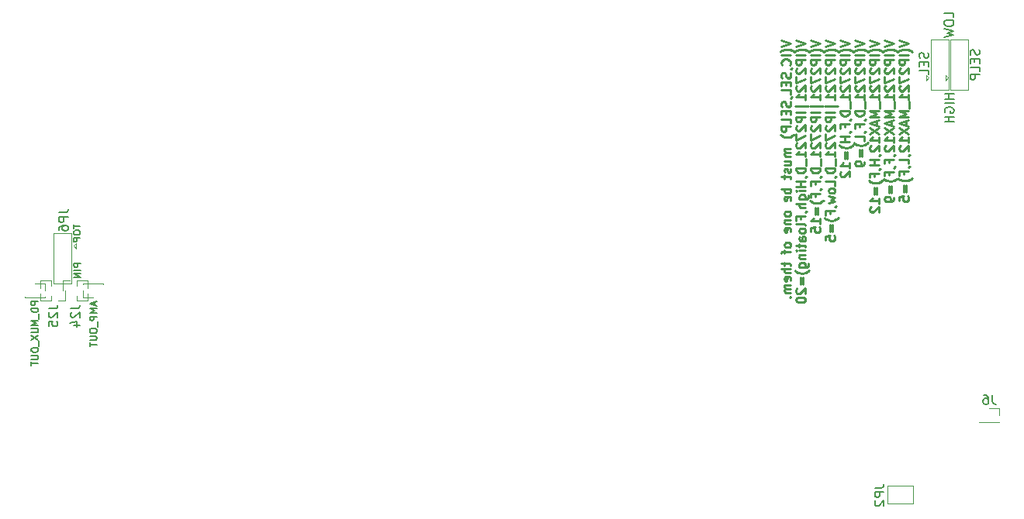
<source format=gbo>
G04 #@! TF.GenerationSoftware,KiCad,Pcbnew,(6.0.5-0)*
G04 #@! TF.CreationDate,2023-01-16T15:52:05+09:00*
G04 #@! TF.ProjectId,qLAMP-main,714c414d-502d-46d6-9169-6e2e6b696361,rev?*
G04 #@! TF.SameCoordinates,Original*
G04 #@! TF.FileFunction,Legend,Bot*
G04 #@! TF.FilePolarity,Positive*
%FSLAX46Y46*%
G04 Gerber Fmt 4.6, Leading zero omitted, Abs format (unit mm)*
G04 Created by KiCad (PCBNEW (6.0.5-0)) date 2023-01-16 15:52:05*
%MOMM*%
%LPD*%
G01*
G04 APERTURE LIST*
%ADD10C,0.127000*%
%ADD11C,0.150000*%
%ADD12C,0.250000*%
%ADD13C,0.120000*%
G04 APERTURE END LIST*
D10*
X92419285Y-99817857D02*
X92419285Y-100246428D01*
X93169285Y-100032142D02*
X92419285Y-100032142D01*
X92419285Y-100639285D02*
X92419285Y-100782142D01*
X92455000Y-100853571D01*
X92526428Y-100925000D01*
X92669285Y-100960714D01*
X92919285Y-100960714D01*
X93062142Y-100925000D01*
X93133571Y-100853571D01*
X93169285Y-100782142D01*
X93169285Y-100639285D01*
X93133571Y-100567857D01*
X93062142Y-100496428D01*
X92919285Y-100460714D01*
X92669285Y-100460714D01*
X92526428Y-100496428D01*
X92455000Y-100567857D01*
X92419285Y-100639285D01*
X93169285Y-101282142D02*
X92419285Y-101282142D01*
X92419285Y-101567857D01*
X92455000Y-101639285D01*
X92490714Y-101675000D01*
X92562142Y-101710714D01*
X92669285Y-101710714D01*
X92740714Y-101675000D01*
X92776428Y-101639285D01*
X92812142Y-101567857D01*
X92812142Y-101282142D01*
X93229285Y-104082142D02*
X92479285Y-104082142D01*
X92479285Y-104367857D01*
X92515000Y-104439285D01*
X92550714Y-104475000D01*
X92622142Y-104510714D01*
X92729285Y-104510714D01*
X92800714Y-104475000D01*
X92836428Y-104439285D01*
X92872142Y-104367857D01*
X92872142Y-104082142D01*
X93229285Y-104832142D02*
X92479285Y-104832142D01*
X93229285Y-105189285D02*
X92479285Y-105189285D01*
X93229285Y-105617857D01*
X92479285Y-105617857D01*
D11*
X185694761Y-81057142D02*
X185742380Y-81200000D01*
X185742380Y-81438095D01*
X185694761Y-81533333D01*
X185647142Y-81580952D01*
X185551904Y-81628571D01*
X185456666Y-81628571D01*
X185361428Y-81580952D01*
X185313809Y-81533333D01*
X185266190Y-81438095D01*
X185218571Y-81247619D01*
X185170952Y-81152380D01*
X185123333Y-81104761D01*
X185028095Y-81057142D01*
X184932857Y-81057142D01*
X184837619Y-81104761D01*
X184790000Y-81152380D01*
X184742380Y-81247619D01*
X184742380Y-81485714D01*
X184790000Y-81628571D01*
X185218571Y-82057142D02*
X185218571Y-82390476D01*
X185742380Y-82533333D02*
X185742380Y-82057142D01*
X184742380Y-82057142D01*
X184742380Y-82533333D01*
X185742380Y-83438095D02*
X185742380Y-82961904D01*
X184742380Y-82961904D01*
X188512380Y-85522380D02*
X187512380Y-85522380D01*
X187988571Y-85522380D02*
X187988571Y-86093809D01*
X188512380Y-86093809D02*
X187512380Y-86093809D01*
X188512380Y-86570000D02*
X187512380Y-86570000D01*
X187560000Y-87570000D02*
X187512380Y-87474761D01*
X187512380Y-87331904D01*
X187560000Y-87189047D01*
X187655238Y-87093809D01*
X187750476Y-87046190D01*
X187940952Y-86998571D01*
X188083809Y-86998571D01*
X188274285Y-87046190D01*
X188369523Y-87093809D01*
X188464761Y-87189047D01*
X188512380Y-87331904D01*
X188512380Y-87427142D01*
X188464761Y-87570000D01*
X188417142Y-87617619D01*
X188083809Y-87617619D01*
X188083809Y-87427142D01*
X188512380Y-88046190D02*
X187512380Y-88046190D01*
X187988571Y-88046190D02*
X187988571Y-88617619D01*
X188512380Y-88617619D02*
X187512380Y-88617619D01*
X191264761Y-80717142D02*
X191312380Y-80860000D01*
X191312380Y-81098095D01*
X191264761Y-81193333D01*
X191217142Y-81240952D01*
X191121904Y-81288571D01*
X191026666Y-81288571D01*
X190931428Y-81240952D01*
X190883809Y-81193333D01*
X190836190Y-81098095D01*
X190788571Y-80907619D01*
X190740952Y-80812380D01*
X190693333Y-80764761D01*
X190598095Y-80717142D01*
X190502857Y-80717142D01*
X190407619Y-80764761D01*
X190360000Y-80812380D01*
X190312380Y-80907619D01*
X190312380Y-81145714D01*
X190360000Y-81288571D01*
X190788571Y-81717142D02*
X190788571Y-82050476D01*
X191312380Y-82193333D02*
X191312380Y-81717142D01*
X190312380Y-81717142D01*
X190312380Y-82193333D01*
X191312380Y-83098095D02*
X191312380Y-82621904D01*
X190312380Y-82621904D01*
X191312380Y-83431428D02*
X190312380Y-83431428D01*
X190312380Y-83812380D01*
X190360000Y-83907619D01*
X190407619Y-83955238D01*
X190502857Y-84002857D01*
X190645714Y-84002857D01*
X190740952Y-83955238D01*
X190788571Y-83907619D01*
X190836190Y-83812380D01*
X190836190Y-83431428D01*
D12*
X169692380Y-79667738D02*
X170692380Y-80001071D01*
X169692380Y-80334404D01*
X171073333Y-80953452D02*
X171025714Y-80905833D01*
X170882857Y-80810595D01*
X170787619Y-80762976D01*
X170644761Y-80715357D01*
X170406666Y-80667738D01*
X170216190Y-80667738D01*
X169978095Y-80715357D01*
X169835238Y-80762976D01*
X169740000Y-80810595D01*
X169597142Y-80905833D01*
X169549523Y-80953452D01*
X170692380Y-81334404D02*
X169692380Y-81334404D01*
X170597142Y-82382023D02*
X170644761Y-82334404D01*
X170692380Y-82191547D01*
X170692380Y-82096309D01*
X170644761Y-81953452D01*
X170549523Y-81858214D01*
X170454285Y-81810595D01*
X170263809Y-81762976D01*
X170120952Y-81762976D01*
X169930476Y-81810595D01*
X169835238Y-81858214D01*
X169740000Y-81953452D01*
X169692380Y-82096309D01*
X169692380Y-82191547D01*
X169740000Y-82334404D01*
X169787619Y-82382023D01*
X170644761Y-82858214D02*
X170692380Y-82858214D01*
X170787619Y-82810595D01*
X170835238Y-82762976D01*
X170644761Y-83239166D02*
X170692380Y-83382023D01*
X170692380Y-83620119D01*
X170644761Y-83715357D01*
X170597142Y-83762976D01*
X170501904Y-83810595D01*
X170406666Y-83810595D01*
X170311428Y-83762976D01*
X170263809Y-83715357D01*
X170216190Y-83620119D01*
X170168571Y-83429642D01*
X170120952Y-83334404D01*
X170073333Y-83286785D01*
X169978095Y-83239166D01*
X169882857Y-83239166D01*
X169787619Y-83286785D01*
X169740000Y-83334404D01*
X169692380Y-83429642D01*
X169692380Y-83667738D01*
X169740000Y-83810595D01*
X170168571Y-84239166D02*
X170168571Y-84572500D01*
X170692380Y-84715357D02*
X170692380Y-84239166D01*
X169692380Y-84239166D01*
X169692380Y-84715357D01*
X170692380Y-85620119D02*
X170692380Y-85143928D01*
X169692380Y-85143928D01*
X170644761Y-86001071D02*
X170692380Y-86001071D01*
X170787619Y-85953452D01*
X170835238Y-85905833D01*
X170644761Y-86382023D02*
X170692380Y-86524880D01*
X170692380Y-86762976D01*
X170644761Y-86858214D01*
X170597142Y-86905833D01*
X170501904Y-86953452D01*
X170406666Y-86953452D01*
X170311428Y-86905833D01*
X170263809Y-86858214D01*
X170216190Y-86762976D01*
X170168571Y-86572500D01*
X170120952Y-86477261D01*
X170073333Y-86429642D01*
X169978095Y-86382023D01*
X169882857Y-86382023D01*
X169787619Y-86429642D01*
X169740000Y-86477261D01*
X169692380Y-86572500D01*
X169692380Y-86810595D01*
X169740000Y-86953452D01*
X170168571Y-87382023D02*
X170168571Y-87715357D01*
X170692380Y-87858214D02*
X170692380Y-87382023D01*
X169692380Y-87382023D01*
X169692380Y-87858214D01*
X170692380Y-88762976D02*
X170692380Y-88286785D01*
X169692380Y-88286785D01*
X170692380Y-89096309D02*
X169692380Y-89096309D01*
X169692380Y-89477261D01*
X169740000Y-89572500D01*
X169787619Y-89620119D01*
X169882857Y-89667738D01*
X170025714Y-89667738D01*
X170120952Y-89620119D01*
X170168571Y-89572500D01*
X170216190Y-89477261D01*
X170216190Y-89096309D01*
X171073333Y-90001071D02*
X171025714Y-90048690D01*
X170882857Y-90143928D01*
X170787619Y-90191547D01*
X170644761Y-90239166D01*
X170406666Y-90286785D01*
X170216190Y-90286785D01*
X169978095Y-90239166D01*
X169835238Y-90191547D01*
X169740000Y-90143928D01*
X169597142Y-90048690D01*
X169549523Y-90001071D01*
X170692380Y-91524880D02*
X170025714Y-91524880D01*
X170120952Y-91524880D02*
X170073333Y-91572500D01*
X170025714Y-91667738D01*
X170025714Y-91810595D01*
X170073333Y-91905833D01*
X170168571Y-91953452D01*
X170692380Y-91953452D01*
X170168571Y-91953452D02*
X170073333Y-92001071D01*
X170025714Y-92096309D01*
X170025714Y-92239166D01*
X170073333Y-92334404D01*
X170168571Y-92382023D01*
X170692380Y-92382023D01*
X170025714Y-93286785D02*
X170692380Y-93286785D01*
X170025714Y-92858214D02*
X170549523Y-92858214D01*
X170644761Y-92905833D01*
X170692380Y-93001071D01*
X170692380Y-93143928D01*
X170644761Y-93239166D01*
X170597142Y-93286785D01*
X170644761Y-93715357D02*
X170692380Y-93810595D01*
X170692380Y-94001071D01*
X170644761Y-94096309D01*
X170549523Y-94143928D01*
X170501904Y-94143928D01*
X170406666Y-94096309D01*
X170359047Y-94001071D01*
X170359047Y-93858214D01*
X170311428Y-93762976D01*
X170216190Y-93715357D01*
X170168571Y-93715357D01*
X170073333Y-93762976D01*
X170025714Y-93858214D01*
X170025714Y-94001071D01*
X170073333Y-94096309D01*
X170025714Y-94429642D02*
X170025714Y-94810595D01*
X169692380Y-94572500D02*
X170549523Y-94572500D01*
X170644761Y-94620119D01*
X170692380Y-94715357D01*
X170692380Y-94810595D01*
X170692380Y-95905833D02*
X169692380Y-95905833D01*
X170073333Y-95905833D02*
X170025714Y-96001071D01*
X170025714Y-96191547D01*
X170073333Y-96286785D01*
X170120952Y-96334404D01*
X170216190Y-96382023D01*
X170501904Y-96382023D01*
X170597142Y-96334404D01*
X170644761Y-96286785D01*
X170692380Y-96191547D01*
X170692380Y-96001071D01*
X170644761Y-95905833D01*
X170644761Y-97191547D02*
X170692380Y-97096309D01*
X170692380Y-96905833D01*
X170644761Y-96810595D01*
X170549523Y-96762976D01*
X170168571Y-96762976D01*
X170073333Y-96810595D01*
X170025714Y-96905833D01*
X170025714Y-97096309D01*
X170073333Y-97191547D01*
X170168571Y-97239166D01*
X170263809Y-97239166D01*
X170359047Y-96762976D01*
X170692380Y-98572500D02*
X170644761Y-98477261D01*
X170597142Y-98429642D01*
X170501904Y-98382023D01*
X170216190Y-98382023D01*
X170120952Y-98429642D01*
X170073333Y-98477261D01*
X170025714Y-98572500D01*
X170025714Y-98715357D01*
X170073333Y-98810595D01*
X170120952Y-98858214D01*
X170216190Y-98905833D01*
X170501904Y-98905833D01*
X170597142Y-98858214D01*
X170644761Y-98810595D01*
X170692380Y-98715357D01*
X170692380Y-98572500D01*
X170025714Y-99334404D02*
X170692380Y-99334404D01*
X170120952Y-99334404D02*
X170073333Y-99382023D01*
X170025714Y-99477261D01*
X170025714Y-99620119D01*
X170073333Y-99715357D01*
X170168571Y-99762976D01*
X170692380Y-99762976D01*
X170644761Y-100620119D02*
X170692380Y-100524880D01*
X170692380Y-100334404D01*
X170644761Y-100239166D01*
X170549523Y-100191547D01*
X170168571Y-100191547D01*
X170073333Y-100239166D01*
X170025714Y-100334404D01*
X170025714Y-100524880D01*
X170073333Y-100620119D01*
X170168571Y-100667738D01*
X170263809Y-100667738D01*
X170359047Y-100191547D01*
X170692380Y-102001071D02*
X170644761Y-101905833D01*
X170597142Y-101858214D01*
X170501904Y-101810595D01*
X170216190Y-101810595D01*
X170120952Y-101858214D01*
X170073333Y-101905833D01*
X170025714Y-102001071D01*
X170025714Y-102143928D01*
X170073333Y-102239166D01*
X170120952Y-102286785D01*
X170216190Y-102334404D01*
X170501904Y-102334404D01*
X170597142Y-102286785D01*
X170644761Y-102239166D01*
X170692380Y-102143928D01*
X170692380Y-102001071D01*
X170025714Y-102620119D02*
X170025714Y-103001071D01*
X170692380Y-102762976D02*
X169835238Y-102762976D01*
X169740000Y-102810595D01*
X169692380Y-102905833D01*
X169692380Y-103001071D01*
X170025714Y-103953452D02*
X170025714Y-104334404D01*
X169692380Y-104096309D02*
X170549523Y-104096309D01*
X170644761Y-104143928D01*
X170692380Y-104239166D01*
X170692380Y-104334404D01*
X170692380Y-104667738D02*
X169692380Y-104667738D01*
X170692380Y-105096309D02*
X170168571Y-105096309D01*
X170073333Y-105048690D01*
X170025714Y-104953452D01*
X170025714Y-104810595D01*
X170073333Y-104715357D01*
X170120952Y-104667738D01*
X170644761Y-105953452D02*
X170692380Y-105858214D01*
X170692380Y-105667738D01*
X170644761Y-105572500D01*
X170549523Y-105524880D01*
X170168571Y-105524880D01*
X170073333Y-105572500D01*
X170025714Y-105667738D01*
X170025714Y-105858214D01*
X170073333Y-105953452D01*
X170168571Y-106001071D01*
X170263809Y-106001071D01*
X170359047Y-105524880D01*
X170692380Y-106429642D02*
X170025714Y-106429642D01*
X170120952Y-106429642D02*
X170073333Y-106477261D01*
X170025714Y-106572500D01*
X170025714Y-106715357D01*
X170073333Y-106810595D01*
X170168571Y-106858214D01*
X170692380Y-106858214D01*
X170168571Y-106858214D02*
X170073333Y-106905833D01*
X170025714Y-107001071D01*
X170025714Y-107143928D01*
X170073333Y-107239166D01*
X170168571Y-107286785D01*
X170692380Y-107286785D01*
X170597142Y-107762976D02*
X170644761Y-107810595D01*
X170692380Y-107762976D01*
X170644761Y-107715357D01*
X170597142Y-107762976D01*
X170692380Y-107762976D01*
X171302380Y-79667738D02*
X172302380Y-80001071D01*
X171302380Y-80334404D01*
X172683333Y-80953452D02*
X172635714Y-80905833D01*
X172492857Y-80810595D01*
X172397619Y-80762976D01*
X172254761Y-80715357D01*
X172016666Y-80667738D01*
X171826190Y-80667738D01*
X171588095Y-80715357D01*
X171445238Y-80762976D01*
X171350000Y-80810595D01*
X171207142Y-80905833D01*
X171159523Y-80953452D01*
X172302380Y-81334404D02*
X171302380Y-81334404D01*
X172302380Y-81810595D02*
X171302380Y-81810595D01*
X171302380Y-82191547D01*
X171350000Y-82286785D01*
X171397619Y-82334404D01*
X171492857Y-82382023D01*
X171635714Y-82382023D01*
X171730952Y-82334404D01*
X171778571Y-82286785D01*
X171826190Y-82191547D01*
X171826190Y-81810595D01*
X171397619Y-82762976D02*
X171350000Y-82810595D01*
X171302380Y-82905833D01*
X171302380Y-83143928D01*
X171350000Y-83239166D01*
X171397619Y-83286785D01*
X171492857Y-83334404D01*
X171588095Y-83334404D01*
X171730952Y-83286785D01*
X172302380Y-82715357D01*
X172302380Y-83334404D01*
X171302380Y-83667738D02*
X171302380Y-84334404D01*
X172302380Y-83905833D01*
X171397619Y-84667738D02*
X171350000Y-84715357D01*
X171302380Y-84810595D01*
X171302380Y-85048690D01*
X171350000Y-85143928D01*
X171397619Y-85191547D01*
X171492857Y-85239166D01*
X171588095Y-85239166D01*
X171730952Y-85191547D01*
X172302380Y-84620119D01*
X172302380Y-85239166D01*
X172302380Y-86191547D02*
X172302380Y-85620119D01*
X172302380Y-85905833D02*
X171302380Y-85905833D01*
X171445238Y-85810595D01*
X171540476Y-85715357D01*
X171588095Y-85620119D01*
X172635714Y-86858214D02*
X171207142Y-86858214D01*
X172302380Y-87572500D02*
X171302380Y-87572500D01*
X172302380Y-88048690D02*
X171302380Y-88048690D01*
X171302380Y-88429642D01*
X171350000Y-88524880D01*
X171397619Y-88572500D01*
X171492857Y-88620119D01*
X171635714Y-88620119D01*
X171730952Y-88572500D01*
X171778571Y-88524880D01*
X171826190Y-88429642D01*
X171826190Y-88048690D01*
X171397619Y-89001071D02*
X171350000Y-89048690D01*
X171302380Y-89143928D01*
X171302380Y-89382023D01*
X171350000Y-89477261D01*
X171397619Y-89524880D01*
X171492857Y-89572500D01*
X171588095Y-89572500D01*
X171730952Y-89524880D01*
X172302380Y-88953452D01*
X172302380Y-89572500D01*
X171302380Y-89905833D02*
X171302380Y-90572500D01*
X172302380Y-90143928D01*
X171397619Y-90905833D02*
X171350000Y-90953452D01*
X171302380Y-91048690D01*
X171302380Y-91286785D01*
X171350000Y-91382023D01*
X171397619Y-91429642D01*
X171492857Y-91477261D01*
X171588095Y-91477261D01*
X171730952Y-91429642D01*
X172302380Y-90858214D01*
X172302380Y-91477261D01*
X172302380Y-92429642D02*
X172302380Y-91858214D01*
X172302380Y-92143928D02*
X171302380Y-92143928D01*
X171445238Y-92048690D01*
X171540476Y-91953452D01*
X171588095Y-91858214D01*
X172397619Y-92620119D02*
X172397619Y-93382023D01*
X172302380Y-93620119D02*
X171302380Y-93620119D01*
X171302380Y-93858214D01*
X171350000Y-94001071D01*
X171445238Y-94096309D01*
X171540476Y-94143928D01*
X171730952Y-94191547D01*
X171873809Y-94191547D01*
X172064285Y-94143928D01*
X172159523Y-94096309D01*
X172254761Y-94001071D01*
X172302380Y-93858214D01*
X172302380Y-93620119D01*
X172254761Y-94667738D02*
X172302380Y-94667738D01*
X172397619Y-94620119D01*
X172445238Y-94572500D01*
X172302380Y-95096309D02*
X171302380Y-95096309D01*
X171778571Y-95096309D02*
X171778571Y-95667738D01*
X172302380Y-95667738D02*
X171302380Y-95667738D01*
X172302380Y-96143928D02*
X171635714Y-96143928D01*
X171302380Y-96143928D02*
X171350000Y-96096309D01*
X171397619Y-96143928D01*
X171350000Y-96191547D01*
X171302380Y-96143928D01*
X171397619Y-96143928D01*
X171635714Y-97048690D02*
X172445238Y-97048690D01*
X172540476Y-97001071D01*
X172588095Y-96953452D01*
X172635714Y-96858214D01*
X172635714Y-96715357D01*
X172588095Y-96620119D01*
X172254761Y-97048690D02*
X172302380Y-96953452D01*
X172302380Y-96762976D01*
X172254761Y-96667738D01*
X172207142Y-96620119D01*
X172111904Y-96572500D01*
X171826190Y-96572500D01*
X171730952Y-96620119D01*
X171683333Y-96667738D01*
X171635714Y-96762976D01*
X171635714Y-96953452D01*
X171683333Y-97048690D01*
X172302380Y-97524880D02*
X171302380Y-97524880D01*
X172302380Y-97953452D02*
X171778571Y-97953452D01*
X171683333Y-97905833D01*
X171635714Y-97810595D01*
X171635714Y-97667738D01*
X171683333Y-97572500D01*
X171730952Y-97524880D01*
X172254761Y-98477261D02*
X172302380Y-98477261D01*
X172397619Y-98429642D01*
X172445238Y-98382023D01*
X171778571Y-99239166D02*
X171778571Y-98905833D01*
X172302380Y-98905833D02*
X171302380Y-98905833D01*
X171302380Y-99382023D01*
X172302380Y-99905833D02*
X172254761Y-99810595D01*
X172159523Y-99762976D01*
X171302380Y-99762976D01*
X172302380Y-100429642D02*
X172254761Y-100334404D01*
X172207142Y-100286785D01*
X172111904Y-100239166D01*
X171826190Y-100239166D01*
X171730952Y-100286785D01*
X171683333Y-100334404D01*
X171635714Y-100429642D01*
X171635714Y-100572500D01*
X171683333Y-100667738D01*
X171730952Y-100715357D01*
X171826190Y-100762976D01*
X172111904Y-100762976D01*
X172207142Y-100715357D01*
X172254761Y-100667738D01*
X172302380Y-100572500D01*
X172302380Y-100429642D01*
X172302380Y-101620119D02*
X171778571Y-101620119D01*
X171683333Y-101572500D01*
X171635714Y-101477261D01*
X171635714Y-101286785D01*
X171683333Y-101191547D01*
X172254761Y-101620119D02*
X172302380Y-101524880D01*
X172302380Y-101286785D01*
X172254761Y-101191547D01*
X172159523Y-101143928D01*
X172064285Y-101143928D01*
X171969047Y-101191547D01*
X171921428Y-101286785D01*
X171921428Y-101524880D01*
X171873809Y-101620119D01*
X171635714Y-101953452D02*
X171635714Y-102334404D01*
X171302380Y-102096309D02*
X172159523Y-102096309D01*
X172254761Y-102143928D01*
X172302380Y-102239166D01*
X172302380Y-102334404D01*
X172302380Y-102667738D02*
X171635714Y-102667738D01*
X171302380Y-102667738D02*
X171350000Y-102620119D01*
X171397619Y-102667738D01*
X171350000Y-102715357D01*
X171302380Y-102667738D01*
X171397619Y-102667738D01*
X171635714Y-103143928D02*
X172302380Y-103143928D01*
X171730952Y-103143928D02*
X171683333Y-103191547D01*
X171635714Y-103286785D01*
X171635714Y-103429642D01*
X171683333Y-103524880D01*
X171778571Y-103572500D01*
X172302380Y-103572500D01*
X171635714Y-104477261D02*
X172445238Y-104477261D01*
X172540476Y-104429642D01*
X172588095Y-104382023D01*
X172635714Y-104286785D01*
X172635714Y-104143928D01*
X172588095Y-104048690D01*
X172254761Y-104477261D02*
X172302380Y-104382023D01*
X172302380Y-104191547D01*
X172254761Y-104096309D01*
X172207142Y-104048690D01*
X172111904Y-104001071D01*
X171826190Y-104001071D01*
X171730952Y-104048690D01*
X171683333Y-104096309D01*
X171635714Y-104191547D01*
X171635714Y-104382023D01*
X171683333Y-104477261D01*
X172683333Y-104858214D02*
X172635714Y-104905833D01*
X172492857Y-105001071D01*
X172397619Y-105048690D01*
X172254761Y-105096309D01*
X172016666Y-105143928D01*
X171826190Y-105143928D01*
X171588095Y-105096309D01*
X171445238Y-105048690D01*
X171350000Y-105001071D01*
X171207142Y-104905833D01*
X171159523Y-104858214D01*
X171778571Y-105620119D02*
X171778571Y-106382023D01*
X172064285Y-106382023D02*
X172064285Y-105620119D01*
X171397619Y-106810595D02*
X171350000Y-106858214D01*
X171302380Y-106953452D01*
X171302380Y-107191547D01*
X171350000Y-107286785D01*
X171397619Y-107334404D01*
X171492857Y-107382023D01*
X171588095Y-107382023D01*
X171730952Y-107334404D01*
X172302380Y-106762976D01*
X172302380Y-107382023D01*
X171302380Y-108001071D02*
X171302380Y-108096309D01*
X171350000Y-108191547D01*
X171397619Y-108239166D01*
X171492857Y-108286785D01*
X171683333Y-108334404D01*
X171921428Y-108334404D01*
X172111904Y-108286785D01*
X172207142Y-108239166D01*
X172254761Y-108191547D01*
X172302380Y-108096309D01*
X172302380Y-108001071D01*
X172254761Y-107905833D01*
X172207142Y-107858214D01*
X172111904Y-107810595D01*
X171921428Y-107762976D01*
X171683333Y-107762976D01*
X171492857Y-107810595D01*
X171397619Y-107858214D01*
X171350000Y-107905833D01*
X171302380Y-108001071D01*
X172912380Y-79667738D02*
X173912380Y-80001071D01*
X172912380Y-80334404D01*
X174293333Y-80953452D02*
X174245714Y-80905833D01*
X174102857Y-80810595D01*
X174007619Y-80762976D01*
X173864761Y-80715357D01*
X173626666Y-80667738D01*
X173436190Y-80667738D01*
X173198095Y-80715357D01*
X173055238Y-80762976D01*
X172960000Y-80810595D01*
X172817142Y-80905833D01*
X172769523Y-80953452D01*
X173912380Y-81334404D02*
X172912380Y-81334404D01*
X173912380Y-81810595D02*
X172912380Y-81810595D01*
X172912380Y-82191547D01*
X172960000Y-82286785D01*
X173007619Y-82334404D01*
X173102857Y-82382023D01*
X173245714Y-82382023D01*
X173340952Y-82334404D01*
X173388571Y-82286785D01*
X173436190Y-82191547D01*
X173436190Y-81810595D01*
X173007619Y-82762976D02*
X172960000Y-82810595D01*
X172912380Y-82905833D01*
X172912380Y-83143928D01*
X172960000Y-83239166D01*
X173007619Y-83286785D01*
X173102857Y-83334404D01*
X173198095Y-83334404D01*
X173340952Y-83286785D01*
X173912380Y-82715357D01*
X173912380Y-83334404D01*
X172912380Y-83667738D02*
X172912380Y-84334404D01*
X173912380Y-83905833D01*
X173007619Y-84667738D02*
X172960000Y-84715357D01*
X172912380Y-84810595D01*
X172912380Y-85048690D01*
X172960000Y-85143928D01*
X173007619Y-85191547D01*
X173102857Y-85239166D01*
X173198095Y-85239166D01*
X173340952Y-85191547D01*
X173912380Y-84620119D01*
X173912380Y-85239166D01*
X173912380Y-86191547D02*
X173912380Y-85620119D01*
X173912380Y-85905833D02*
X172912380Y-85905833D01*
X173055238Y-85810595D01*
X173150476Y-85715357D01*
X173198095Y-85620119D01*
X174245714Y-86858214D02*
X172817142Y-86858214D01*
X173912380Y-87572500D02*
X172912380Y-87572500D01*
X173912380Y-88048690D02*
X172912380Y-88048690D01*
X172912380Y-88429642D01*
X172960000Y-88524880D01*
X173007619Y-88572499D01*
X173102857Y-88620119D01*
X173245714Y-88620119D01*
X173340952Y-88572499D01*
X173388571Y-88524880D01*
X173436190Y-88429642D01*
X173436190Y-88048690D01*
X173007619Y-89001071D02*
X172960000Y-89048690D01*
X172912380Y-89143928D01*
X172912380Y-89382023D01*
X172960000Y-89477261D01*
X173007619Y-89524880D01*
X173102857Y-89572499D01*
X173198095Y-89572499D01*
X173340952Y-89524880D01*
X173912380Y-88953452D01*
X173912380Y-89572499D01*
X172912380Y-89905833D02*
X172912380Y-90572499D01*
X173912380Y-90143928D01*
X173007619Y-90905833D02*
X172960000Y-90953452D01*
X172912380Y-91048690D01*
X172912380Y-91286785D01*
X172960000Y-91382023D01*
X173007619Y-91429642D01*
X173102857Y-91477261D01*
X173198095Y-91477261D01*
X173340952Y-91429642D01*
X173912380Y-90858214D01*
X173912380Y-91477261D01*
X173912380Y-92429642D02*
X173912380Y-91858214D01*
X173912380Y-92143928D02*
X172912380Y-92143928D01*
X173055238Y-92048690D01*
X173150476Y-91953452D01*
X173198095Y-91858214D01*
X174007619Y-92620119D02*
X174007619Y-93382023D01*
X173912380Y-93620119D02*
X172912380Y-93620119D01*
X172912380Y-93858214D01*
X172960000Y-94001071D01*
X173055238Y-94096309D01*
X173150476Y-94143928D01*
X173340952Y-94191547D01*
X173483809Y-94191547D01*
X173674285Y-94143928D01*
X173769523Y-94096309D01*
X173864761Y-94001071D01*
X173912380Y-93858214D01*
X173912380Y-93620119D01*
X173864761Y-94667738D02*
X173912380Y-94667738D01*
X174007619Y-94620119D01*
X174055238Y-94572499D01*
X173388571Y-95429642D02*
X173388571Y-95096309D01*
X173912380Y-95096309D02*
X172912380Y-95096309D01*
X172912380Y-95572499D01*
X173864761Y-96001071D02*
X173912380Y-96001071D01*
X174007619Y-95953452D01*
X174055238Y-95905833D01*
X173388571Y-96762976D02*
X173388571Y-96429642D01*
X173912380Y-96429642D02*
X172912380Y-96429642D01*
X172912380Y-96905833D01*
X174293333Y-97191547D02*
X174245714Y-97239166D01*
X174102857Y-97334404D01*
X174007619Y-97382023D01*
X173864761Y-97429642D01*
X173626666Y-97477261D01*
X173436190Y-97477261D01*
X173198095Y-97429642D01*
X173055238Y-97382023D01*
X172960000Y-97334404D01*
X172817142Y-97239166D01*
X172769523Y-97191547D01*
X173388571Y-97953452D02*
X173388571Y-98715357D01*
X173674285Y-98715357D02*
X173674285Y-97953452D01*
X173912380Y-99715357D02*
X173912380Y-99143928D01*
X173912380Y-99429642D02*
X172912380Y-99429642D01*
X173055238Y-99334404D01*
X173150476Y-99239166D01*
X173198095Y-99143928D01*
X172912380Y-100620119D02*
X172912380Y-100143928D01*
X173388571Y-100096309D01*
X173340952Y-100143928D01*
X173293333Y-100239166D01*
X173293333Y-100477261D01*
X173340952Y-100572499D01*
X173388571Y-100620119D01*
X173483809Y-100667738D01*
X173721904Y-100667738D01*
X173817142Y-100620119D01*
X173864761Y-100572499D01*
X173912380Y-100477261D01*
X173912380Y-100239166D01*
X173864761Y-100143928D01*
X173817142Y-100096309D01*
X174522380Y-79667738D02*
X175522380Y-80001071D01*
X174522380Y-80334404D01*
X175903333Y-80953452D02*
X175855714Y-80905833D01*
X175712857Y-80810595D01*
X175617619Y-80762976D01*
X175474761Y-80715357D01*
X175236666Y-80667738D01*
X175046190Y-80667738D01*
X174808095Y-80715357D01*
X174665238Y-80762976D01*
X174570000Y-80810595D01*
X174427142Y-80905833D01*
X174379523Y-80953452D01*
X175522380Y-81334404D02*
X174522380Y-81334404D01*
X175522380Y-81810595D02*
X174522380Y-81810595D01*
X174522380Y-82191547D01*
X174570000Y-82286785D01*
X174617619Y-82334404D01*
X174712857Y-82382023D01*
X174855714Y-82382023D01*
X174950952Y-82334404D01*
X174998571Y-82286785D01*
X175046190Y-82191547D01*
X175046190Y-81810595D01*
X174617619Y-82762976D02*
X174570000Y-82810595D01*
X174522380Y-82905833D01*
X174522380Y-83143928D01*
X174570000Y-83239166D01*
X174617619Y-83286785D01*
X174712857Y-83334404D01*
X174808095Y-83334404D01*
X174950952Y-83286785D01*
X175522380Y-82715357D01*
X175522380Y-83334404D01*
X174522380Y-83667738D02*
X174522380Y-84334404D01*
X175522380Y-83905833D01*
X174617619Y-84667738D02*
X174570000Y-84715357D01*
X174522380Y-84810595D01*
X174522380Y-85048690D01*
X174570000Y-85143928D01*
X174617619Y-85191547D01*
X174712857Y-85239166D01*
X174808095Y-85239166D01*
X174950952Y-85191547D01*
X175522380Y-84620119D01*
X175522380Y-85239166D01*
X175522380Y-86191547D02*
X175522380Y-85620119D01*
X175522380Y-85905833D02*
X174522380Y-85905833D01*
X174665238Y-85810595D01*
X174760476Y-85715357D01*
X174808095Y-85620119D01*
X175855714Y-86858214D02*
X174427142Y-86858214D01*
X175522380Y-87572500D02*
X174522380Y-87572500D01*
X175522380Y-88048690D02*
X174522380Y-88048690D01*
X174522380Y-88429642D01*
X174570000Y-88524880D01*
X174617619Y-88572499D01*
X174712857Y-88620119D01*
X174855714Y-88620119D01*
X174950952Y-88572499D01*
X174998571Y-88524880D01*
X175046190Y-88429642D01*
X175046190Y-88048690D01*
X174617619Y-89001071D02*
X174570000Y-89048690D01*
X174522380Y-89143928D01*
X174522380Y-89382023D01*
X174570000Y-89477261D01*
X174617619Y-89524880D01*
X174712857Y-89572499D01*
X174808095Y-89572499D01*
X174950952Y-89524880D01*
X175522380Y-88953452D01*
X175522380Y-89572499D01*
X174522380Y-89905833D02*
X174522380Y-90572499D01*
X175522380Y-90143928D01*
X174617619Y-90905833D02*
X174570000Y-90953452D01*
X174522380Y-91048690D01*
X174522380Y-91286785D01*
X174570000Y-91382023D01*
X174617619Y-91429642D01*
X174712857Y-91477261D01*
X174808095Y-91477261D01*
X174950952Y-91429642D01*
X175522380Y-90858214D01*
X175522380Y-91477261D01*
X175522380Y-92429642D02*
X175522380Y-91858214D01*
X175522380Y-92143928D02*
X174522380Y-92143928D01*
X174665238Y-92048690D01*
X174760476Y-91953452D01*
X174808095Y-91858214D01*
X175617619Y-92620119D02*
X175617619Y-93382023D01*
X175522380Y-93620119D02*
X174522380Y-93620119D01*
X174522380Y-93858214D01*
X174570000Y-94001071D01*
X174665238Y-94096309D01*
X174760476Y-94143928D01*
X174950952Y-94191547D01*
X175093809Y-94191547D01*
X175284285Y-94143928D01*
X175379523Y-94096309D01*
X175474761Y-94001071D01*
X175522380Y-93858214D01*
X175522380Y-93620119D01*
X175474761Y-94667738D02*
X175522380Y-94667738D01*
X175617619Y-94620119D01*
X175665238Y-94572499D01*
X175522380Y-95572499D02*
X175522380Y-95096309D01*
X174522380Y-95096309D01*
X175522380Y-96048690D02*
X175474761Y-95953452D01*
X175427142Y-95905833D01*
X175331904Y-95858214D01*
X175046190Y-95858214D01*
X174950952Y-95905833D01*
X174903333Y-95953452D01*
X174855714Y-96048690D01*
X174855714Y-96191547D01*
X174903333Y-96286785D01*
X174950952Y-96334404D01*
X175046190Y-96382023D01*
X175331904Y-96382023D01*
X175427142Y-96334404D01*
X175474761Y-96286785D01*
X175522380Y-96191547D01*
X175522380Y-96048690D01*
X174855714Y-96715357D02*
X175522380Y-96905833D01*
X175046190Y-97096309D01*
X175522380Y-97286785D01*
X174855714Y-97477261D01*
X175474761Y-97905833D02*
X175522380Y-97905833D01*
X175617619Y-97858214D01*
X175665238Y-97810595D01*
X174998571Y-98667738D02*
X174998571Y-98334404D01*
X175522380Y-98334404D02*
X174522380Y-98334404D01*
X174522380Y-98810595D01*
X175903333Y-99096309D02*
X175855714Y-99143928D01*
X175712857Y-99239166D01*
X175617619Y-99286785D01*
X175474761Y-99334404D01*
X175236666Y-99382023D01*
X175046190Y-99382023D01*
X174808095Y-99334404D01*
X174665238Y-99286785D01*
X174570000Y-99239166D01*
X174427142Y-99143928D01*
X174379523Y-99096309D01*
X174998571Y-99858214D02*
X174998571Y-100620119D01*
X175284285Y-100620119D02*
X175284285Y-99858214D01*
X174522380Y-101572499D02*
X174522380Y-101096309D01*
X174998571Y-101048690D01*
X174950952Y-101096309D01*
X174903333Y-101191547D01*
X174903333Y-101429642D01*
X174950952Y-101524880D01*
X174998571Y-101572499D01*
X175093809Y-101620119D01*
X175331904Y-101620119D01*
X175427142Y-101572499D01*
X175474761Y-101524880D01*
X175522380Y-101429642D01*
X175522380Y-101191547D01*
X175474761Y-101096309D01*
X175427142Y-101048690D01*
X176132380Y-79667738D02*
X177132380Y-80001071D01*
X176132380Y-80334404D01*
X177513333Y-80953452D02*
X177465714Y-80905833D01*
X177322857Y-80810595D01*
X177227619Y-80762976D01*
X177084761Y-80715357D01*
X176846666Y-80667738D01*
X176656190Y-80667738D01*
X176418095Y-80715357D01*
X176275238Y-80762976D01*
X176180000Y-80810595D01*
X176037142Y-80905833D01*
X175989523Y-80953452D01*
X177132380Y-81334404D02*
X176132380Y-81334404D01*
X177132380Y-81810595D02*
X176132380Y-81810595D01*
X176132380Y-82191547D01*
X176180000Y-82286785D01*
X176227619Y-82334404D01*
X176322857Y-82382023D01*
X176465714Y-82382023D01*
X176560952Y-82334404D01*
X176608571Y-82286785D01*
X176656190Y-82191547D01*
X176656190Y-81810595D01*
X176227619Y-82762976D02*
X176180000Y-82810595D01*
X176132380Y-82905833D01*
X176132380Y-83143928D01*
X176180000Y-83239166D01*
X176227619Y-83286785D01*
X176322857Y-83334404D01*
X176418095Y-83334404D01*
X176560952Y-83286785D01*
X177132380Y-82715357D01*
X177132380Y-83334404D01*
X176132380Y-83667738D02*
X176132380Y-84334404D01*
X177132380Y-83905833D01*
X176227619Y-84667738D02*
X176180000Y-84715357D01*
X176132380Y-84810595D01*
X176132380Y-85048690D01*
X176180000Y-85143928D01*
X176227619Y-85191547D01*
X176322857Y-85239166D01*
X176418095Y-85239166D01*
X176560952Y-85191547D01*
X177132380Y-84620119D01*
X177132380Y-85239166D01*
X177132380Y-86191547D02*
X177132380Y-85620119D01*
X177132380Y-85905833D02*
X176132380Y-85905833D01*
X176275238Y-85810595D01*
X176370476Y-85715357D01*
X176418095Y-85620119D01*
X177227619Y-86382023D02*
X177227619Y-87143928D01*
X177132380Y-87382023D02*
X176132380Y-87382023D01*
X176132380Y-87620119D01*
X176180000Y-87762976D01*
X176275238Y-87858214D01*
X176370476Y-87905833D01*
X176560952Y-87953452D01*
X176703809Y-87953452D01*
X176894285Y-87905833D01*
X176989523Y-87858214D01*
X177084761Y-87762976D01*
X177132380Y-87620119D01*
X177132380Y-87382023D01*
X177084761Y-88429642D02*
X177132380Y-88429642D01*
X177227619Y-88382023D01*
X177275238Y-88334404D01*
X176608571Y-89191547D02*
X176608571Y-88858214D01*
X177132380Y-88858214D02*
X176132380Y-88858214D01*
X176132380Y-89334404D01*
X177084761Y-89762976D02*
X177132380Y-89762976D01*
X177227619Y-89715357D01*
X177275238Y-89667738D01*
X177132380Y-90191547D02*
X176132380Y-90191547D01*
X176608571Y-90191547D02*
X176608571Y-90762976D01*
X177132380Y-90762976D02*
X176132380Y-90762976D01*
X177513333Y-91143928D02*
X177465714Y-91191547D01*
X177322857Y-91286785D01*
X177227619Y-91334404D01*
X177084761Y-91382023D01*
X176846666Y-91429642D01*
X176656190Y-91429642D01*
X176418095Y-91382023D01*
X176275238Y-91334404D01*
X176180000Y-91286785D01*
X176037142Y-91191547D01*
X175989523Y-91143928D01*
X176608571Y-91905833D02*
X176608571Y-92667738D01*
X176894285Y-92667738D02*
X176894285Y-91905833D01*
X177132380Y-93667738D02*
X177132380Y-93096309D01*
X177132380Y-93382023D02*
X176132380Y-93382023D01*
X176275238Y-93286785D01*
X176370476Y-93191547D01*
X176418095Y-93096309D01*
X176227619Y-94048690D02*
X176180000Y-94096309D01*
X176132380Y-94191547D01*
X176132380Y-94429642D01*
X176180000Y-94524880D01*
X176227619Y-94572499D01*
X176322857Y-94620119D01*
X176418095Y-94620119D01*
X176560952Y-94572499D01*
X177132380Y-94001071D01*
X177132380Y-94620119D01*
X177742380Y-79667738D02*
X178742380Y-80001071D01*
X177742380Y-80334404D01*
X179123333Y-80953452D02*
X179075714Y-80905833D01*
X178932857Y-80810595D01*
X178837619Y-80762976D01*
X178694761Y-80715357D01*
X178456666Y-80667738D01*
X178266190Y-80667738D01*
X178028095Y-80715357D01*
X177885238Y-80762976D01*
X177790000Y-80810595D01*
X177647142Y-80905833D01*
X177599523Y-80953452D01*
X178742380Y-81334404D02*
X177742380Y-81334404D01*
X178742380Y-81810595D02*
X177742380Y-81810595D01*
X177742380Y-82191547D01*
X177790000Y-82286785D01*
X177837619Y-82334404D01*
X177932857Y-82382023D01*
X178075714Y-82382023D01*
X178170952Y-82334404D01*
X178218571Y-82286785D01*
X178266190Y-82191547D01*
X178266190Y-81810595D01*
X177837619Y-82762976D02*
X177790000Y-82810595D01*
X177742380Y-82905833D01*
X177742380Y-83143928D01*
X177790000Y-83239166D01*
X177837619Y-83286785D01*
X177932857Y-83334404D01*
X178028095Y-83334404D01*
X178170952Y-83286785D01*
X178742380Y-82715357D01*
X178742380Y-83334404D01*
X177742380Y-83667738D02*
X177742380Y-84334404D01*
X178742380Y-83905833D01*
X177837619Y-84667738D02*
X177790000Y-84715357D01*
X177742380Y-84810595D01*
X177742380Y-85048690D01*
X177790000Y-85143928D01*
X177837619Y-85191547D01*
X177932857Y-85239166D01*
X178028095Y-85239166D01*
X178170952Y-85191547D01*
X178742380Y-84620119D01*
X178742380Y-85239166D01*
X178742380Y-86191547D02*
X178742380Y-85620119D01*
X178742380Y-85905833D02*
X177742380Y-85905833D01*
X177885238Y-85810595D01*
X177980476Y-85715357D01*
X178028095Y-85620119D01*
X178837619Y-86382023D02*
X178837619Y-87143928D01*
X178742380Y-87382023D02*
X177742380Y-87382023D01*
X177742380Y-87620119D01*
X177790000Y-87762976D01*
X177885238Y-87858214D01*
X177980476Y-87905833D01*
X178170952Y-87953452D01*
X178313809Y-87953452D01*
X178504285Y-87905833D01*
X178599523Y-87858214D01*
X178694761Y-87762976D01*
X178742380Y-87620119D01*
X178742380Y-87382023D01*
X178694761Y-88429642D02*
X178742380Y-88429642D01*
X178837619Y-88382023D01*
X178885238Y-88334404D01*
X178218571Y-89191547D02*
X178218571Y-88858214D01*
X178742380Y-88858214D02*
X177742380Y-88858214D01*
X177742380Y-89334404D01*
X178694761Y-89762976D02*
X178742380Y-89762976D01*
X178837619Y-89715357D01*
X178885238Y-89667738D01*
X178742380Y-90667738D02*
X178742380Y-90191547D01*
X177742380Y-90191547D01*
X179123333Y-90905833D02*
X179075714Y-90953452D01*
X178932857Y-91048690D01*
X178837619Y-91096309D01*
X178694761Y-91143928D01*
X178456666Y-91191547D01*
X178266190Y-91191547D01*
X178028095Y-91143928D01*
X177885238Y-91096309D01*
X177790000Y-91048690D01*
X177647142Y-90953452D01*
X177599523Y-90905833D01*
X178218571Y-91667738D02*
X178218571Y-92429642D01*
X178504285Y-92429642D02*
X178504285Y-91667738D01*
X178742380Y-92953452D02*
X178742380Y-93143928D01*
X178694761Y-93239166D01*
X178647142Y-93286785D01*
X178504285Y-93382023D01*
X178313809Y-93429642D01*
X177932857Y-93429642D01*
X177837619Y-93382023D01*
X177790000Y-93334404D01*
X177742380Y-93239166D01*
X177742380Y-93048690D01*
X177790000Y-92953452D01*
X177837619Y-92905833D01*
X177932857Y-92858214D01*
X178170952Y-92858214D01*
X178266190Y-92905833D01*
X178313809Y-92953452D01*
X178361428Y-93048690D01*
X178361428Y-93239166D01*
X178313809Y-93334404D01*
X178266190Y-93382023D01*
X178170952Y-93429642D01*
X179352380Y-79667738D02*
X180352380Y-80001071D01*
X179352380Y-80334404D01*
X180733333Y-80953452D02*
X180685714Y-80905833D01*
X180542857Y-80810595D01*
X180447619Y-80762976D01*
X180304761Y-80715357D01*
X180066666Y-80667738D01*
X179876190Y-80667738D01*
X179638095Y-80715357D01*
X179495238Y-80762976D01*
X179400000Y-80810595D01*
X179257142Y-80905833D01*
X179209523Y-80953452D01*
X180352380Y-81334404D02*
X179352380Y-81334404D01*
X180352380Y-81810595D02*
X179352380Y-81810595D01*
X179352380Y-82191547D01*
X179400000Y-82286785D01*
X179447619Y-82334404D01*
X179542857Y-82382023D01*
X179685714Y-82382023D01*
X179780952Y-82334404D01*
X179828571Y-82286785D01*
X179876190Y-82191547D01*
X179876190Y-81810595D01*
X179447619Y-82762976D02*
X179400000Y-82810595D01*
X179352380Y-82905833D01*
X179352380Y-83143928D01*
X179400000Y-83239166D01*
X179447619Y-83286785D01*
X179542857Y-83334404D01*
X179638095Y-83334404D01*
X179780952Y-83286785D01*
X180352380Y-82715357D01*
X180352380Y-83334404D01*
X179352380Y-83667738D02*
X179352380Y-84334404D01*
X180352380Y-83905833D01*
X179447619Y-84667738D02*
X179400000Y-84715357D01*
X179352380Y-84810595D01*
X179352380Y-85048690D01*
X179400000Y-85143928D01*
X179447619Y-85191547D01*
X179542857Y-85239166D01*
X179638095Y-85239166D01*
X179780952Y-85191547D01*
X180352380Y-84620119D01*
X180352380Y-85239166D01*
X180352380Y-86191547D02*
X180352380Y-85620119D01*
X180352380Y-85905833D02*
X179352380Y-85905833D01*
X179495238Y-85810595D01*
X179590476Y-85715357D01*
X179638095Y-85620119D01*
X180447619Y-86382023D02*
X180447619Y-87143928D01*
X180352380Y-87382023D02*
X179352380Y-87382023D01*
X180066666Y-87715357D01*
X179352380Y-88048690D01*
X180352380Y-88048690D01*
X180066666Y-88477261D02*
X180066666Y-88953452D01*
X180352380Y-88382023D02*
X179352380Y-88715357D01*
X180352380Y-89048690D01*
X179352380Y-89286785D02*
X180352380Y-89953452D01*
X179352380Y-89953452D02*
X180352380Y-89286785D01*
X180352380Y-90858214D02*
X180352380Y-90286785D01*
X180352380Y-90572500D02*
X179352380Y-90572500D01*
X179495238Y-90477261D01*
X179590476Y-90382023D01*
X179638095Y-90286785D01*
X179447619Y-91239166D02*
X179400000Y-91286785D01*
X179352380Y-91382023D01*
X179352380Y-91620119D01*
X179400000Y-91715357D01*
X179447619Y-91762976D01*
X179542857Y-91810595D01*
X179638095Y-91810595D01*
X179780952Y-91762976D01*
X180352380Y-91191547D01*
X180352380Y-91810595D01*
X180304761Y-92286785D02*
X180352380Y-92286785D01*
X180447619Y-92239166D01*
X180495238Y-92191547D01*
X180352380Y-92715357D02*
X179352380Y-92715357D01*
X179828571Y-92715357D02*
X179828571Y-93286785D01*
X180352380Y-93286785D02*
X179352380Y-93286785D01*
X180304761Y-93810595D02*
X180352380Y-93810595D01*
X180447619Y-93762976D01*
X180495238Y-93715357D01*
X179828571Y-94572500D02*
X179828571Y-94239166D01*
X180352380Y-94239166D02*
X179352380Y-94239166D01*
X179352380Y-94715357D01*
X180733333Y-95001071D02*
X180685714Y-95048690D01*
X180542857Y-95143928D01*
X180447619Y-95191547D01*
X180304761Y-95239166D01*
X180066666Y-95286785D01*
X179876190Y-95286785D01*
X179638095Y-95239166D01*
X179495238Y-95191547D01*
X179400000Y-95143928D01*
X179257142Y-95048690D01*
X179209523Y-95001071D01*
X179828571Y-95762976D02*
X179828571Y-96524880D01*
X180114285Y-96524880D02*
X180114285Y-95762976D01*
X180352380Y-97524880D02*
X180352380Y-96953452D01*
X180352380Y-97239166D02*
X179352380Y-97239166D01*
X179495238Y-97143928D01*
X179590476Y-97048690D01*
X179638095Y-96953452D01*
X179447619Y-97905833D02*
X179400000Y-97953452D01*
X179352380Y-98048690D01*
X179352380Y-98286785D01*
X179400000Y-98382023D01*
X179447619Y-98429642D01*
X179542857Y-98477261D01*
X179638095Y-98477261D01*
X179780952Y-98429642D01*
X180352380Y-97858214D01*
X180352380Y-98477261D01*
X180962380Y-79667738D02*
X181962380Y-80001071D01*
X180962380Y-80334404D01*
X182343333Y-80953452D02*
X182295714Y-80905833D01*
X182152857Y-80810595D01*
X182057619Y-80762976D01*
X181914761Y-80715357D01*
X181676666Y-80667738D01*
X181486190Y-80667738D01*
X181248095Y-80715357D01*
X181105238Y-80762976D01*
X181010000Y-80810595D01*
X180867142Y-80905833D01*
X180819523Y-80953452D01*
X181962380Y-81334404D02*
X180962380Y-81334404D01*
X181962380Y-81810595D02*
X180962380Y-81810595D01*
X180962380Y-82191547D01*
X181010000Y-82286785D01*
X181057619Y-82334404D01*
X181152857Y-82382023D01*
X181295714Y-82382023D01*
X181390952Y-82334404D01*
X181438571Y-82286785D01*
X181486190Y-82191547D01*
X181486190Y-81810595D01*
X181057619Y-82762976D02*
X181010000Y-82810595D01*
X180962380Y-82905833D01*
X180962380Y-83143928D01*
X181010000Y-83239166D01*
X181057619Y-83286785D01*
X181152857Y-83334404D01*
X181248095Y-83334404D01*
X181390952Y-83286785D01*
X181962380Y-82715357D01*
X181962380Y-83334404D01*
X180962380Y-83667738D02*
X180962380Y-84334404D01*
X181962380Y-83905833D01*
X181057619Y-84667738D02*
X181010000Y-84715357D01*
X180962380Y-84810595D01*
X180962380Y-85048690D01*
X181010000Y-85143928D01*
X181057619Y-85191547D01*
X181152857Y-85239166D01*
X181248095Y-85239166D01*
X181390952Y-85191547D01*
X181962380Y-84620119D01*
X181962380Y-85239166D01*
X181962380Y-86191547D02*
X181962380Y-85620119D01*
X181962380Y-85905833D02*
X180962380Y-85905833D01*
X181105238Y-85810595D01*
X181200476Y-85715357D01*
X181248095Y-85620119D01*
X182057619Y-86382023D02*
X182057619Y-87143928D01*
X181962380Y-87382023D02*
X180962380Y-87382023D01*
X181676666Y-87715357D01*
X180962380Y-88048690D01*
X181962380Y-88048690D01*
X181676666Y-88477261D02*
X181676666Y-88953452D01*
X181962380Y-88382023D02*
X180962380Y-88715357D01*
X181962380Y-89048690D01*
X180962380Y-89286785D02*
X181962380Y-89953452D01*
X180962380Y-89953452D02*
X181962380Y-89286785D01*
X181962380Y-90858214D02*
X181962380Y-90286785D01*
X181962380Y-90572500D02*
X180962380Y-90572500D01*
X181105238Y-90477261D01*
X181200476Y-90382023D01*
X181248095Y-90286785D01*
X181057619Y-91239166D02*
X181010000Y-91286785D01*
X180962380Y-91382023D01*
X180962380Y-91620119D01*
X181010000Y-91715357D01*
X181057619Y-91762976D01*
X181152857Y-91810595D01*
X181248095Y-91810595D01*
X181390952Y-91762976D01*
X181962380Y-91191547D01*
X181962380Y-91810595D01*
X181914761Y-92286785D02*
X181962380Y-92286785D01*
X182057619Y-92239166D01*
X182105238Y-92191547D01*
X181438571Y-93048690D02*
X181438571Y-92715357D01*
X181962380Y-92715357D02*
X180962380Y-92715357D01*
X180962380Y-93191547D01*
X181914761Y-93620119D02*
X181962380Y-93620119D01*
X182057619Y-93572500D01*
X182105238Y-93524880D01*
X181438571Y-94382023D02*
X181438571Y-94048690D01*
X181962380Y-94048690D02*
X180962380Y-94048690D01*
X180962380Y-94524880D01*
X182343333Y-94810595D02*
X182295714Y-94858214D01*
X182152857Y-94953452D01*
X182057619Y-95001071D01*
X181914761Y-95048690D01*
X181676666Y-95096309D01*
X181486190Y-95096309D01*
X181248095Y-95048690D01*
X181105238Y-95001071D01*
X181010000Y-94953452D01*
X180867142Y-94858214D01*
X180819523Y-94810595D01*
X181438571Y-95572500D02*
X181438571Y-96334404D01*
X181724285Y-96334404D02*
X181724285Y-95572500D01*
X181962380Y-96858214D02*
X181962380Y-97048690D01*
X181914761Y-97143928D01*
X181867142Y-97191547D01*
X181724285Y-97286785D01*
X181533809Y-97334404D01*
X181152857Y-97334404D01*
X181057619Y-97286785D01*
X181010000Y-97239166D01*
X180962380Y-97143928D01*
X180962380Y-96953452D01*
X181010000Y-96858214D01*
X181057619Y-96810595D01*
X181152857Y-96762976D01*
X181390952Y-96762976D01*
X181486190Y-96810595D01*
X181533809Y-96858214D01*
X181581428Y-96953452D01*
X181581428Y-97143928D01*
X181533809Y-97239166D01*
X181486190Y-97286785D01*
X181390952Y-97334404D01*
X182572380Y-79667738D02*
X183572380Y-80001071D01*
X182572380Y-80334404D01*
X183953333Y-80953452D02*
X183905714Y-80905833D01*
X183762857Y-80810595D01*
X183667619Y-80762976D01*
X183524761Y-80715357D01*
X183286666Y-80667738D01*
X183096190Y-80667738D01*
X182858095Y-80715357D01*
X182715238Y-80762976D01*
X182620000Y-80810595D01*
X182477142Y-80905833D01*
X182429523Y-80953452D01*
X183572380Y-81334404D02*
X182572380Y-81334404D01*
X183572380Y-81810595D02*
X182572380Y-81810595D01*
X182572380Y-82191547D01*
X182620000Y-82286785D01*
X182667619Y-82334404D01*
X182762857Y-82382023D01*
X182905714Y-82382023D01*
X183000952Y-82334404D01*
X183048571Y-82286785D01*
X183096190Y-82191547D01*
X183096190Y-81810595D01*
X182667619Y-82762976D02*
X182620000Y-82810595D01*
X182572380Y-82905833D01*
X182572380Y-83143928D01*
X182620000Y-83239166D01*
X182667619Y-83286785D01*
X182762857Y-83334404D01*
X182858095Y-83334404D01*
X183000952Y-83286785D01*
X183572380Y-82715357D01*
X183572380Y-83334404D01*
X182572380Y-83667738D02*
X182572380Y-84334404D01*
X183572380Y-83905833D01*
X182667619Y-84667738D02*
X182620000Y-84715357D01*
X182572380Y-84810595D01*
X182572380Y-85048690D01*
X182620000Y-85143928D01*
X182667619Y-85191547D01*
X182762857Y-85239166D01*
X182858095Y-85239166D01*
X183000952Y-85191547D01*
X183572380Y-84620119D01*
X183572380Y-85239166D01*
X183572380Y-86191547D02*
X183572380Y-85620119D01*
X183572380Y-85905833D02*
X182572380Y-85905833D01*
X182715238Y-85810595D01*
X182810476Y-85715357D01*
X182858095Y-85620119D01*
X183667619Y-86382023D02*
X183667619Y-87143928D01*
X183572380Y-87382023D02*
X182572380Y-87382023D01*
X183286666Y-87715357D01*
X182572380Y-88048690D01*
X183572380Y-88048690D01*
X183286666Y-88477261D02*
X183286666Y-88953452D01*
X183572380Y-88382023D02*
X182572380Y-88715357D01*
X183572380Y-89048690D01*
X182572380Y-89286785D02*
X183572380Y-89953452D01*
X182572380Y-89953452D02*
X183572380Y-89286785D01*
X183572380Y-90858214D02*
X183572380Y-90286785D01*
X183572380Y-90572500D02*
X182572380Y-90572500D01*
X182715238Y-90477261D01*
X182810476Y-90382023D01*
X182858095Y-90286785D01*
X182667619Y-91239166D02*
X182620000Y-91286785D01*
X182572380Y-91382023D01*
X182572380Y-91620119D01*
X182620000Y-91715357D01*
X182667619Y-91762976D01*
X182762857Y-91810595D01*
X182858095Y-91810595D01*
X183000952Y-91762976D01*
X183572380Y-91191547D01*
X183572380Y-91810595D01*
X183524761Y-92286785D02*
X183572380Y-92286785D01*
X183667619Y-92239166D01*
X183715238Y-92191547D01*
X183572380Y-93191547D02*
X183572380Y-92715357D01*
X182572380Y-92715357D01*
X183524761Y-93572500D02*
X183572380Y-93572500D01*
X183667619Y-93524880D01*
X183715238Y-93477261D01*
X183048571Y-94334404D02*
X183048571Y-94001071D01*
X183572380Y-94001071D02*
X182572380Y-94001071D01*
X182572380Y-94477261D01*
X183953333Y-94762976D02*
X183905714Y-94810595D01*
X183762857Y-94905833D01*
X183667619Y-94953452D01*
X183524761Y-95001071D01*
X183286666Y-95048690D01*
X183096190Y-95048690D01*
X182858095Y-95001071D01*
X182715238Y-94953452D01*
X182620000Y-94905833D01*
X182477142Y-94810595D01*
X182429523Y-94762976D01*
X183048571Y-95524880D02*
X183048571Y-96286785D01*
X183334285Y-96286785D02*
X183334285Y-95524880D01*
X182572380Y-97239166D02*
X182572380Y-96762976D01*
X183048571Y-96715357D01*
X183000952Y-96762976D01*
X182953333Y-96858214D01*
X182953333Y-97096309D01*
X183000952Y-97191547D01*
X183048571Y-97239166D01*
X183143809Y-97286785D01*
X183381904Y-97286785D01*
X183477142Y-97239166D01*
X183524761Y-97191547D01*
X183572380Y-97096309D01*
X183572380Y-96858214D01*
X183524761Y-96762976D01*
X183477142Y-96715357D01*
D10*
X94757000Y-108313285D02*
X94757000Y-108676142D01*
X94974714Y-108240714D02*
X94212714Y-108494714D01*
X94974714Y-108748714D01*
X94974714Y-109002714D02*
X94212714Y-109002714D01*
X94757000Y-109256714D01*
X94212714Y-109510714D01*
X94974714Y-109510714D01*
X94974714Y-109873571D02*
X94212714Y-109873571D01*
X94212714Y-110163857D01*
X94249000Y-110236428D01*
X94285285Y-110272714D01*
X94357857Y-110309000D01*
X94466714Y-110309000D01*
X94539285Y-110272714D01*
X94575571Y-110236428D01*
X94611857Y-110163857D01*
X94611857Y-109873571D01*
X95047285Y-110454142D02*
X95047285Y-111034714D01*
X94212714Y-111361285D02*
X94212714Y-111506428D01*
X94249000Y-111579000D01*
X94321571Y-111651571D01*
X94466714Y-111687857D01*
X94720714Y-111687857D01*
X94865857Y-111651571D01*
X94938428Y-111579000D01*
X94974714Y-111506428D01*
X94974714Y-111361285D01*
X94938428Y-111288714D01*
X94865857Y-111216142D01*
X94720714Y-111179857D01*
X94466714Y-111179857D01*
X94321571Y-111216142D01*
X94249000Y-111288714D01*
X94212714Y-111361285D01*
X94212714Y-112014428D02*
X94829571Y-112014428D01*
X94902142Y-112050714D01*
X94938428Y-112087000D01*
X94974714Y-112159571D01*
X94974714Y-112304714D01*
X94938428Y-112377285D01*
X94902142Y-112413571D01*
X94829571Y-112449857D01*
X94212714Y-112449857D01*
X94212714Y-112703857D02*
X94212714Y-113139285D01*
X94974714Y-112921571D02*
X94212714Y-112921571D01*
D11*
X188482380Y-77174285D02*
X188482380Y-76698095D01*
X187482380Y-76698095D01*
X187482380Y-77698095D02*
X187482380Y-77888571D01*
X187530000Y-77983809D01*
X187625238Y-78079047D01*
X187815714Y-78126666D01*
X188149047Y-78126666D01*
X188339523Y-78079047D01*
X188434761Y-77983809D01*
X188482380Y-77888571D01*
X188482380Y-77698095D01*
X188434761Y-77602857D01*
X188339523Y-77507619D01*
X188149047Y-77460000D01*
X187815714Y-77460000D01*
X187625238Y-77507619D01*
X187530000Y-77602857D01*
X187482380Y-77698095D01*
X187482380Y-78460000D02*
X188482380Y-78698095D01*
X187768095Y-78888571D01*
X188482380Y-79079047D01*
X187482380Y-79317142D01*
D10*
X88594714Y-108232857D02*
X87832714Y-108232857D01*
X87832714Y-108523142D01*
X87869000Y-108595714D01*
X87905285Y-108632000D01*
X87977857Y-108668285D01*
X88086714Y-108668285D01*
X88159285Y-108632000D01*
X88195571Y-108595714D01*
X88231857Y-108523142D01*
X88231857Y-108232857D01*
X88594714Y-108994857D02*
X87832714Y-108994857D01*
X87832714Y-109176285D01*
X87869000Y-109285142D01*
X87941571Y-109357714D01*
X88014142Y-109394000D01*
X88159285Y-109430285D01*
X88268142Y-109430285D01*
X88413285Y-109394000D01*
X88485857Y-109357714D01*
X88558428Y-109285142D01*
X88594714Y-109176285D01*
X88594714Y-108994857D01*
X88667285Y-109575428D02*
X88667285Y-110156000D01*
X88594714Y-110337428D02*
X87832714Y-110337428D01*
X88377000Y-110591428D01*
X87832714Y-110845428D01*
X88594714Y-110845428D01*
X87832714Y-111208285D02*
X88449571Y-111208285D01*
X88522142Y-111244571D01*
X88558428Y-111280857D01*
X88594714Y-111353428D01*
X88594714Y-111498571D01*
X88558428Y-111571142D01*
X88522142Y-111607428D01*
X88449571Y-111643714D01*
X87832714Y-111643714D01*
X87832714Y-111934000D02*
X88594714Y-112442000D01*
X87832714Y-112442000D02*
X88594714Y-111934000D01*
X88667285Y-112550857D02*
X88667285Y-113131428D01*
X87832714Y-113458000D02*
X87832714Y-113603142D01*
X87869000Y-113675714D01*
X87941571Y-113748285D01*
X88086714Y-113784571D01*
X88340714Y-113784571D01*
X88485857Y-113748285D01*
X88558428Y-113675714D01*
X88594714Y-113603142D01*
X88594714Y-113458000D01*
X88558428Y-113385428D01*
X88485857Y-113312857D01*
X88340714Y-113276571D01*
X88086714Y-113276571D01*
X87941571Y-113312857D01*
X87869000Y-113385428D01*
X87832714Y-113458000D01*
X87832714Y-114111142D02*
X88449571Y-114111142D01*
X88522142Y-114147428D01*
X88558428Y-114183714D01*
X88594714Y-114256285D01*
X88594714Y-114401428D01*
X88558428Y-114474000D01*
X88522142Y-114510285D01*
X88449571Y-114546571D01*
X87832714Y-114546571D01*
X87832714Y-114800571D02*
X87832714Y-115236000D01*
X88594714Y-115018285D02*
X87832714Y-115018285D01*
D11*
X192709326Y-118457393D02*
X192709326Y-119171679D01*
X192756945Y-119314536D01*
X192852183Y-119409774D01*
X192995040Y-119457393D01*
X193090278Y-119457393D01*
X191804564Y-118457393D02*
X191995040Y-118457393D01*
X192090278Y-118505013D01*
X192137897Y-118552632D01*
X192233135Y-118695489D01*
X192280754Y-118885965D01*
X192280754Y-119266917D01*
X192233135Y-119362155D01*
X192185516Y-119409774D01*
X192090278Y-119457393D01*
X191899802Y-119457393D01*
X191804564Y-119409774D01*
X191756945Y-119362155D01*
X191709326Y-119266917D01*
X191709326Y-119028822D01*
X191756945Y-118933584D01*
X191804564Y-118885965D01*
X191899802Y-118838346D01*
X192090278Y-118838346D01*
X192185516Y-118885965D01*
X192233135Y-118933584D01*
X192280754Y-119028822D01*
X90832380Y-98506666D02*
X91546666Y-98506666D01*
X91689523Y-98459047D01*
X91784761Y-98363809D01*
X91832380Y-98220952D01*
X91832380Y-98125714D01*
X91832380Y-98982857D02*
X90832380Y-98982857D01*
X90832380Y-99363809D01*
X90880000Y-99459047D01*
X90927619Y-99506666D01*
X91022857Y-99554285D01*
X91165714Y-99554285D01*
X91260952Y-99506666D01*
X91308571Y-99459047D01*
X91356190Y-99363809D01*
X91356190Y-98982857D01*
X90832380Y-100411428D02*
X90832380Y-100220952D01*
X90880000Y-100125714D01*
X90927619Y-100078095D01*
X91070476Y-99982857D01*
X91260952Y-99935238D01*
X91641904Y-99935238D01*
X91737142Y-99982857D01*
X91784761Y-100030476D01*
X91832380Y-100125714D01*
X91832380Y-100316190D01*
X91784761Y-100411428D01*
X91737142Y-100459047D01*
X91641904Y-100506666D01*
X91403809Y-100506666D01*
X91308571Y-100459047D01*
X91260952Y-100411428D01*
X91213333Y-100316190D01*
X91213333Y-100125714D01*
X91260952Y-100030476D01*
X91308571Y-99982857D01*
X91403809Y-99935238D01*
X179882380Y-128586666D02*
X180596666Y-128586666D01*
X180739523Y-128539047D01*
X180834761Y-128443809D01*
X180882380Y-128300952D01*
X180882380Y-128205714D01*
X180882380Y-129062857D02*
X179882380Y-129062857D01*
X179882380Y-129443809D01*
X179930000Y-129539047D01*
X179977619Y-129586666D01*
X180072857Y-129634285D01*
X180215714Y-129634285D01*
X180310952Y-129586666D01*
X180358571Y-129539047D01*
X180406190Y-129443809D01*
X180406190Y-129062857D01*
X179977619Y-130015238D02*
X179930000Y-130062857D01*
X179882380Y-130158095D01*
X179882380Y-130396190D01*
X179930000Y-130491428D01*
X179977619Y-130539047D01*
X180072857Y-130586666D01*
X180168095Y-130586666D01*
X180310952Y-130539047D01*
X180882380Y-129967619D01*
X180882380Y-130586666D01*
X89706382Y-109000482D02*
X90420668Y-109000482D01*
X90563525Y-108952863D01*
X90658763Y-108857625D01*
X90706382Y-108714767D01*
X90706382Y-108619529D01*
X89801621Y-109429053D02*
X89754002Y-109476672D01*
X89706382Y-109571910D01*
X89706382Y-109810006D01*
X89754002Y-109905244D01*
X89801621Y-109952863D01*
X89896859Y-110000482D01*
X89992097Y-110000482D01*
X90134954Y-109952863D01*
X90706382Y-109381434D01*
X90706382Y-110000482D01*
X89706382Y-110905244D02*
X89706382Y-110429053D01*
X90182573Y-110381434D01*
X90134954Y-110429053D01*
X90087335Y-110524291D01*
X90087335Y-110762386D01*
X90134954Y-110857625D01*
X90182573Y-110905244D01*
X90277811Y-110952863D01*
X90515906Y-110952863D01*
X90611144Y-110905244D01*
X90658763Y-110857625D01*
X90706382Y-110762386D01*
X90706382Y-110524291D01*
X90658763Y-110429053D01*
X90611144Y-110381434D01*
X92116382Y-109000482D02*
X92830668Y-109000482D01*
X92973525Y-108952863D01*
X93068763Y-108857625D01*
X93116382Y-108714767D01*
X93116382Y-108619529D01*
X92211621Y-109429053D02*
X92164002Y-109476672D01*
X92116382Y-109571910D01*
X92116382Y-109810006D01*
X92164002Y-109905244D01*
X92211621Y-109952863D01*
X92306859Y-110000482D01*
X92402097Y-110000482D01*
X92544954Y-109952863D01*
X93116382Y-109381434D01*
X93116382Y-110000482D01*
X92449716Y-110857625D02*
X93116382Y-110857625D01*
X92068763Y-110619529D02*
X92783049Y-110381434D01*
X92783049Y-111000482D01*
D13*
X193485993Y-121460013D02*
X191265993Y-121460013D01*
X193485993Y-121460013D02*
X193485993Y-121395013D01*
X191265993Y-121460013D02*
X191265993Y-121395013D01*
X193485993Y-121460013D02*
X192939464Y-121460013D01*
X191812522Y-121460013D02*
X191265993Y-121460013D01*
X193485993Y-120700013D02*
X193485993Y-119940013D01*
X193485993Y-119940013D02*
X192375993Y-119940013D01*
X89350000Y-106290000D02*
X88240000Y-106290000D01*
X89350000Y-107810000D02*
X88803471Y-107810000D01*
X89350000Y-107050000D02*
X89350000Y-106290000D01*
X87130000Y-107810000D02*
X87130000Y-107745000D01*
X89350000Y-107810000D02*
X87130000Y-107810000D01*
X87676529Y-107810000D02*
X87130000Y-107810000D01*
X89350000Y-107810000D02*
X89350000Y-107745000D01*
X93480000Y-106290000D02*
X93480000Y-106355000D01*
X95700000Y-106290000D02*
X95700000Y-106355000D01*
X93480000Y-106290000D02*
X94026529Y-106290000D01*
X93480000Y-106290000D02*
X95700000Y-106290000D01*
X93480000Y-107050000D02*
X93480000Y-107810000D01*
X93480000Y-107810000D02*
X94590000Y-107810000D01*
X95153471Y-106290000D02*
X95700000Y-106290000D01*
X92190013Y-106305994D02*
X92190013Y-100805994D01*
X90240013Y-106305994D02*
X92190013Y-106305994D01*
X92440013Y-102155994D02*
X92740013Y-101855994D01*
X92740013Y-102455994D02*
X92440013Y-102155994D01*
X92740013Y-101855994D02*
X92740013Y-102455994D01*
X90240013Y-100805994D02*
X90240013Y-106305994D01*
X92190013Y-100805994D02*
X90240013Y-100805994D01*
X181290000Y-130350000D02*
X184090000Y-130350000D01*
X181290000Y-128350000D02*
X181290000Y-130350000D01*
X184090000Y-128350000D02*
X181290000Y-128350000D01*
X184090000Y-130350000D02*
X184090000Y-128350000D01*
X187957487Y-79640005D02*
X186007487Y-79640005D01*
X187957487Y-85140005D02*
X187957487Y-79640005D01*
X186007487Y-85140005D02*
X187957487Y-85140005D01*
X186007487Y-79640005D02*
X186007487Y-85140005D01*
X185757487Y-83790005D02*
X185457487Y-84090005D01*
X185457487Y-83490005D02*
X185757487Y-83790005D01*
X185457487Y-84090005D02*
X185457487Y-83490005D01*
X88815000Y-106742470D02*
X88815000Y-105940000D01*
X90020000Y-105940000D02*
X88815000Y-105940000D01*
X91540000Y-108160000D02*
X91540000Y-107050000D01*
X88815000Y-108160000D02*
X88815000Y-107357530D01*
X90020000Y-108160000D02*
X90020000Y-107613471D01*
X90780000Y-108160000D02*
X91540000Y-108160000D01*
X90020000Y-106486529D02*
X90020000Y-105940000D01*
X90020000Y-108160000D02*
X88815000Y-108160000D01*
X91290000Y-105940000D02*
X91290000Y-107050000D01*
X94015000Y-105940000D02*
X94015000Y-106742470D01*
X92050000Y-105940000D02*
X91290000Y-105940000D01*
X92810000Y-105940000D02*
X94015000Y-105940000D01*
X92810000Y-107613471D02*
X92810000Y-108160000D01*
X94015000Y-107357530D02*
X94015000Y-108160000D01*
X92810000Y-105940000D02*
X92810000Y-106486529D01*
X92810000Y-108160000D02*
X94015000Y-108160000D01*
X188150003Y-85140005D02*
X190100003Y-85140005D01*
X187900003Y-83790005D02*
X187600003Y-84090005D01*
X190100003Y-79640005D02*
X188150003Y-79640005D01*
X190100003Y-85140005D02*
X190100003Y-79640005D01*
X188150003Y-79640005D02*
X188150003Y-85140005D01*
X187600003Y-84090005D02*
X187600003Y-83490005D01*
X187600003Y-83490005D02*
X187900003Y-83790005D01*
M02*

</source>
